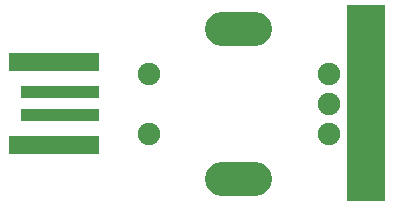
<source format=gbr>
G04 EAGLE Gerber RS-274X export*
G75*
%MOMM*%
%FSLAX34Y34*%
%LPD*%
%INSoldermask Top*%
%IPPOS*%
%AMOC8*
5,1,8,0,0,1.08239X$1,22.5*%
G01*
%ADD10R,3.175000X16.637000*%
%ADD11R,7.601600X1.601600*%
%ADD12R,6.601600X1.101600*%
%ADD13C,1.901600*%
%ADD14C,2.901600*%
%ADD15R,1.101600X1.101600*%


D10*
X311785Y635D03*
D11*
X47530Y-35000D03*
D12*
X52530Y-10000D03*
X52530Y10000D03*
D11*
X47530Y35000D03*
D13*
X280035Y0D03*
X280035Y-25400D03*
X280035Y25400D03*
D14*
X217835Y-63500D02*
X189835Y-63500D01*
X189835Y63500D02*
X217835Y63500D01*
D13*
X127635Y-25400D03*
X127635Y25400D03*
D15*
X313690Y-50800D03*
M02*

</source>
